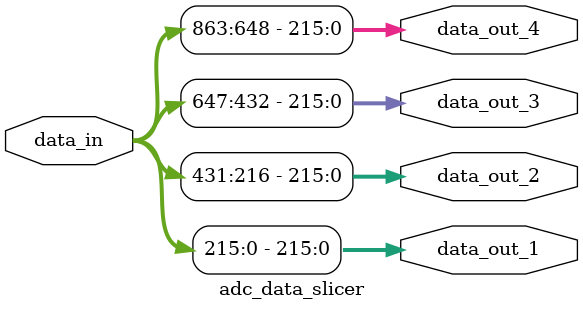
<source format=v>
`timescale 1ns / 1ps


module adc_data_slicer(
    input [863:0]data_in,
    output [215:0]data_out_1,
    output [215:0]data_out_2,
    output [215:0]data_out_3,
    output [215:0]data_out_4
    );
    assign data_out_1=data_in[215:0];
    assign data_out_2=data_in[431:216];
    assign data_out_3=data_in[647:432];
    assign data_out_4=data_in[863:648];
endmodule

</source>
